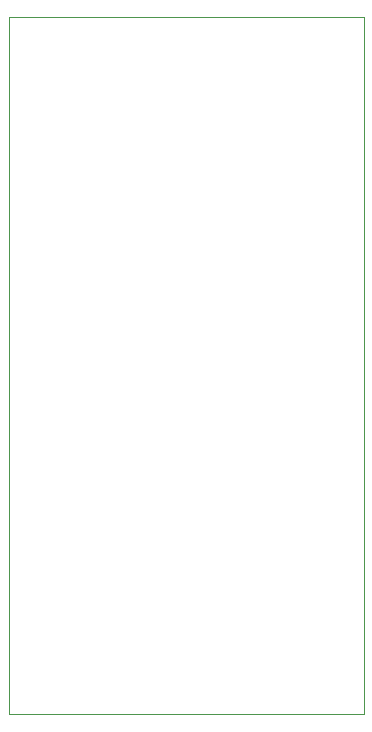
<source format=gm1>
%TF.GenerationSoftware,KiCad,Pcbnew,(5.1.6)-1*%
%TF.CreationDate,2020-11-23T19:09:11+09:00*%
%TF.ProjectId,HARP-Motor-Ctrl-Board,48415250-2d4d-46f7-946f-722d4374726c,rev?*%
%TF.SameCoordinates,Original*%
%TF.FileFunction,Profile,NP*%
%FSLAX46Y46*%
G04 Gerber Fmt 4.6, Leading zero omitted, Abs format (unit mm)*
G04 Created by KiCad (PCBNEW (5.1.6)-1) date 2020-11-23 19:09:11*
%MOMM*%
%LPD*%
G01*
G04 APERTURE LIST*
%TA.AperFunction,Profile*%
%ADD10C,0.050000*%
%TD*%
G04 APERTURE END LIST*
D10*
X99000000Y-113000000D02*
X69000000Y-113000000D01*
X99000000Y-54000000D02*
X99000000Y-113000000D01*
X69000000Y-54000000D02*
X99000000Y-54000000D01*
X69000000Y-113000000D02*
X69000000Y-54000000D01*
M02*

</source>
